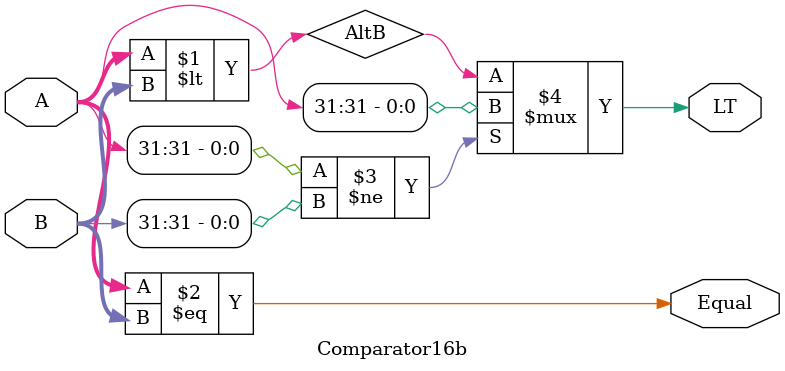
<source format=v>

module Comparator16b(input[31:0] A, input[31:0] B, output LT, output Equal);

	wire AltB;
	
	assign AltB = (A < B);
	
	assign Equal = (A == B);
	
	assign LT = (A[31] != B[31]) ? A[31] : AltB;

endmodule

</source>
